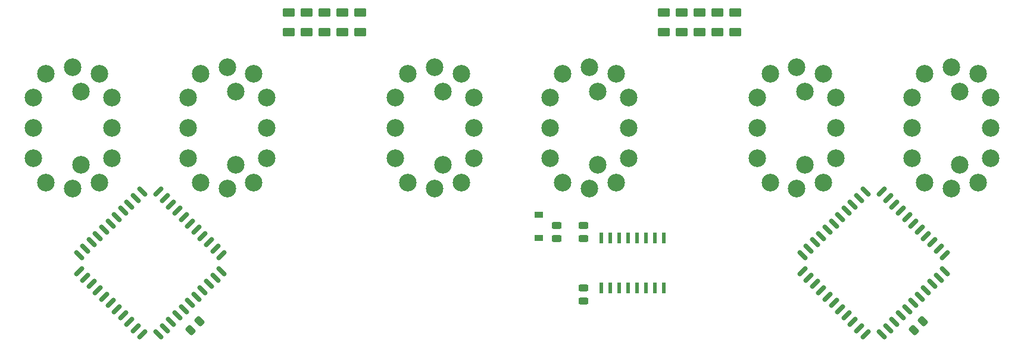
<source format=gbr>
G04 #@! TF.GenerationSoftware,KiCad,Pcbnew,8.0.4*
G04 #@! TF.CreationDate,2024-10-14T20:55:56-07:00*
G04 #@! TF.ProjectId,B5991,42353939-312e-46b6-9963-61645f706362,rev?*
G04 #@! TF.SameCoordinates,Original*
G04 #@! TF.FileFunction,Paste,Bot*
G04 #@! TF.FilePolarity,Positive*
%FSLAX46Y46*%
G04 Gerber Fmt 4.6, Leading zero omitted, Abs format (unit mm)*
G04 Created by KiCad (PCBNEW 8.0.4) date 2024-10-14 20:55:56*
%MOMM*%
%LPD*%
G01*
G04 APERTURE LIST*
G04 Aperture macros list*
%AMRoundRect*
0 Rectangle with rounded corners*
0 $1 Rounding radius*
0 $2 $3 $4 $5 $6 $7 $8 $9 X,Y pos of 4 corners*
0 Add a 4 corners polygon primitive as box body*
4,1,4,$2,$3,$4,$5,$6,$7,$8,$9,$2,$3,0*
0 Add four circle primitives for the rounded corners*
1,1,$1+$1,$2,$3*
1,1,$1+$1,$4,$5*
1,1,$1+$1,$6,$7*
1,1,$1+$1,$8,$9*
0 Add four rect primitives between the rounded corners*
20,1,$1+$1,$2,$3,$4,$5,0*
20,1,$1+$1,$4,$5,$6,$7,0*
20,1,$1+$1,$6,$7,$8,$9,0*
20,1,$1+$1,$8,$9,$2,$3,0*%
G04 Aperture macros list end*
%ADD10C,2.500000*%
%ADD11RoundRect,0.243750X0.456250X-0.243750X0.456250X0.243750X-0.456250X0.243750X-0.456250X-0.243750X0*%
%ADD12RoundRect,0.250000X0.625000X-0.375000X0.625000X0.375000X-0.625000X0.375000X-0.625000X-0.375000X0*%
%ADD13R,0.600000X1.500000*%
%ADD14RoundRect,0.243750X-0.456250X0.243750X-0.456250X-0.243750X0.456250X-0.243750X0.456250X0.243750X0*%
%ADD15R,1.200000X0.900000*%
%ADD16RoundRect,0.150000X-0.388909X0.601041X-0.601041X0.388909X0.388909X-0.601041X0.601041X-0.388909X0*%
%ADD17RoundRect,0.150000X0.388909X0.601041X-0.601041X-0.388909X-0.388909X-0.601041X0.601041X0.388909X0*%
%ADD18RoundRect,0.243750X0.150260X-0.494975X0.494975X-0.150260X-0.150260X0.494975X-0.494975X0.150260X0*%
G04 APERTURE END LIST*
D10*
X193032400Y-104074600D03*
X194832400Y-100634600D03*
X194832400Y-96314600D03*
X194832400Y-91994600D03*
X193032400Y-88554600D03*
X189242400Y-87674600D03*
X185452400Y-88554600D03*
X183652400Y-91994600D03*
X183652400Y-96314600D03*
X183652400Y-100634600D03*
X185452400Y-104074600D03*
X189242400Y-104954600D03*
X190442400Y-101514600D03*
X190442400Y-91114600D03*
X163532400Y-104074600D03*
X165332400Y-100634600D03*
X165332400Y-96314600D03*
X165332400Y-91994600D03*
X163532400Y-88554600D03*
X159742400Y-87674600D03*
X155952400Y-88554600D03*
X154152400Y-91994600D03*
X154152400Y-96314600D03*
X154152400Y-100634600D03*
X155952400Y-104074600D03*
X159742400Y-104954600D03*
X160942400Y-101514600D03*
X160942400Y-91114600D03*
X141532400Y-104074600D03*
X143332400Y-100634600D03*
X143332400Y-96314600D03*
X143332400Y-91994600D03*
X141532400Y-88554600D03*
X137742400Y-87674600D03*
X133952400Y-88554600D03*
X132152400Y-91994600D03*
X132152400Y-96314600D03*
X132152400Y-100634600D03*
X133952400Y-104074600D03*
X137742400Y-104954600D03*
X138942400Y-101514600D03*
X138942400Y-91114600D03*
X112032400Y-104074600D03*
X113832400Y-100634600D03*
X113832400Y-96314600D03*
X113832400Y-91994600D03*
X112032400Y-88554600D03*
X108242400Y-87674600D03*
X104452400Y-88554600D03*
X102652400Y-91994600D03*
X102652400Y-96314600D03*
X102652400Y-100634600D03*
X104452400Y-104074600D03*
X108242400Y-104954600D03*
X109442400Y-101514600D03*
X109442400Y-91114600D03*
X90032400Y-104074600D03*
X91832400Y-100634600D03*
X91832400Y-96314600D03*
X91832400Y-91994600D03*
X90032400Y-88554600D03*
X86242400Y-87674600D03*
X82452400Y-88554600D03*
X80652400Y-91994600D03*
X80652400Y-96314600D03*
X80652400Y-100634600D03*
X82452400Y-104074600D03*
X86242400Y-104954600D03*
X87442400Y-101514600D03*
X87442400Y-91114600D03*
X215032400Y-104074600D03*
X216832400Y-100634600D03*
X216832400Y-96314600D03*
X216832400Y-91994600D03*
X215032400Y-88554600D03*
X211242400Y-87674600D03*
X207452400Y-88554600D03*
X205652400Y-91994600D03*
X205652400Y-96314600D03*
X205652400Y-100634600D03*
X207452400Y-104074600D03*
X211242400Y-104954600D03*
X212442400Y-101514600D03*
X212442400Y-91114600D03*
D11*
X158902400Y-112037100D03*
X158902400Y-110162100D03*
D12*
X180492400Y-82654600D03*
X180492400Y-79854600D03*
D13*
X161442400Y-111994600D03*
X162712400Y-111994600D03*
X163982400Y-111994600D03*
X165252400Y-111994600D03*
X166522400Y-111994600D03*
X167792400Y-111994600D03*
X169062400Y-111994600D03*
X170332400Y-111994600D03*
X170332400Y-119094600D03*
X169062400Y-119094600D03*
X167792400Y-119094600D03*
X166522400Y-119094600D03*
X165252400Y-119094600D03*
X163982400Y-119094600D03*
X162712400Y-119094600D03*
X161442400Y-119094600D03*
D14*
X155092400Y-110162100D03*
X155092400Y-112037100D03*
X158902400Y-119052100D03*
X158902400Y-120927100D03*
D15*
X152552400Y-108687600D03*
X152552400Y-111987600D03*
D12*
X177952400Y-82654600D03*
X177952400Y-79854600D03*
X175412400Y-82654600D03*
X175412400Y-79854600D03*
X172872400Y-82654600D03*
X172872400Y-79854600D03*
X170332400Y-82654600D03*
X170332400Y-79854600D03*
D16*
X91650546Y-109887746D03*
X92548571Y-108989720D03*
X93446597Y-108091695D03*
X94344623Y-107193669D03*
X95242648Y-106295643D03*
X96140674Y-105397618D03*
D17*
X98474126Y-105397618D03*
X99372152Y-106295643D03*
X100270177Y-107193669D03*
X101168203Y-108091695D03*
X102066229Y-108989720D03*
X102964254Y-109887746D03*
X103862280Y-110785771D03*
X104760305Y-111683797D03*
X105658331Y-112581823D03*
X106556357Y-113479848D03*
X107454382Y-114377874D03*
D16*
X107454382Y-116711326D03*
X106556357Y-117609352D03*
X105658331Y-118507377D03*
X104760305Y-119405403D03*
X103862280Y-120303429D03*
X102964254Y-121201454D03*
X102066229Y-122099480D03*
X101168203Y-122997505D03*
X100270177Y-123895531D03*
X99372152Y-124793557D03*
X98474126Y-125691582D03*
D17*
X96140674Y-125691582D03*
X95242648Y-124793557D03*
X94344623Y-123895531D03*
X93446597Y-122997505D03*
X92548571Y-122099480D03*
X91650546Y-121201454D03*
X90752520Y-120303429D03*
X89854495Y-119405403D03*
X88956469Y-118507377D03*
X88058443Y-117609352D03*
X87160418Y-116711326D03*
D16*
X87160418Y-114377874D03*
X88058443Y-113479848D03*
X88956469Y-112581823D03*
X89854495Y-111683797D03*
X90752520Y-110785771D03*
X194520546Y-109887746D03*
X195418571Y-108989720D03*
X196316597Y-108091695D03*
X197214623Y-107193669D03*
X198112648Y-106295643D03*
X199010674Y-105397618D03*
D17*
X201344126Y-105397618D03*
X202242152Y-106295643D03*
X203140177Y-107193669D03*
X204038203Y-108091695D03*
X204936229Y-108989720D03*
X205834254Y-109887746D03*
X206732280Y-110785771D03*
X207630305Y-111683797D03*
X208528331Y-112581823D03*
X209426357Y-113479848D03*
X210324382Y-114377874D03*
D16*
X210324382Y-116711326D03*
X209426357Y-117609352D03*
X208528331Y-118507377D03*
X207630305Y-119405403D03*
X206732280Y-120303429D03*
X205834254Y-121201454D03*
X204936229Y-122099480D03*
X204038203Y-122997505D03*
X203140177Y-123895531D03*
X202242152Y-124793557D03*
X201344126Y-125691582D03*
D17*
X199010674Y-125691582D03*
X198112648Y-124793557D03*
X197214623Y-123895531D03*
X196316597Y-122997505D03*
X195418571Y-122099480D03*
X194520546Y-121201454D03*
X193622520Y-120303429D03*
X192724495Y-119405403D03*
X191826469Y-118507377D03*
X190928443Y-117609352D03*
X190030418Y-116711326D03*
D16*
X190030418Y-114377874D03*
X190928443Y-113479848D03*
X191826469Y-112581823D03*
X192724495Y-111683797D03*
X193622520Y-110785771D03*
D12*
X124612400Y-82654600D03*
X124612400Y-79854600D03*
X127152400Y-82654600D03*
X127152400Y-79854600D03*
X119532400Y-82654600D03*
X119532400Y-79854600D03*
X116992400Y-82654600D03*
X116992400Y-79854600D03*
X122072400Y-82654600D03*
X122072400Y-79854600D03*
D18*
X205864487Y-125097513D03*
X207190313Y-123771687D03*
X102994487Y-125097513D03*
X104320313Y-123771687D03*
M02*

</source>
